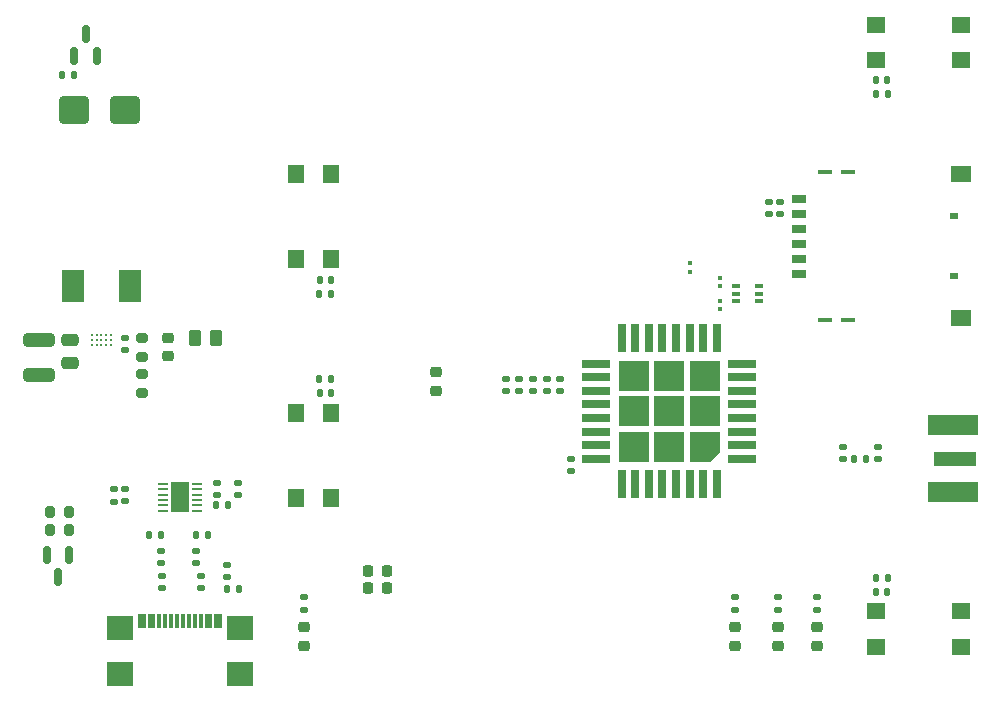
<source format=gtp>
G04 #@! TF.GenerationSoftware,KiCad,Pcbnew,7.0.8*
G04 #@! TF.CreationDate,2024-03-21T14:37:43-03:00*
G04 #@! TF.ProjectId,Demo PPI NB V2,44656d6f-2050-4504-9920-4e422056322e,rev?*
G04 #@! TF.SameCoordinates,PX25ab8e0PY6dc4960*
G04 #@! TF.FileFunction,Paste,Top*
G04 #@! TF.FilePolarity,Positive*
%FSLAX46Y46*%
G04 Gerber Fmt 4.6, Leading zero omitted, Abs format (unit mm)*
G04 Created by KiCad (PCBNEW 7.0.8) date 2024-03-21 14:37:43*
%MOMM*%
%LPD*%
G01*
G04 APERTURE LIST*
G04 Aperture macros list*
%AMRoundRect*
0 Rectangle with rounded corners*
0 $1 Rounding radius*
0 $2 $3 $4 $5 $6 $7 $8 $9 X,Y pos of 4 corners*
0 Add a 4 corners polygon primitive as box body*
4,1,4,$2,$3,$4,$5,$6,$7,$8,$9,$2,$3,0*
0 Add four circle primitives for the rounded corners*
1,1,$1+$1,$2,$3*
1,1,$1+$1,$4,$5*
1,1,$1+$1,$6,$7*
1,1,$1+$1,$8,$9*
0 Add four rect primitives between the rounded corners*
20,1,$1+$1,$2,$3,$4,$5,0*
20,1,$1+$1,$4,$5,$6,$7,0*
20,1,$1+$1,$6,$7,$8,$9,0*
20,1,$1+$1,$8,$9,$2,$3,0*%
%AMFreePoly0*
4,1,6,1.250000,-1.250000,-1.250000,-1.250000,-1.250000,0.500000,-0.500000,1.250000,1.250000,1.250000,1.250000,-1.250000,1.250000,-1.250000,$1*%
G04 Aperture macros list end*
%ADD10R,1.150000X0.650000*%
%ADD11R,1.300000X0.450000*%
%ADD12R,1.700000X1.400000*%
%ADD13R,0.800000X0.540000*%
%ADD14RoundRect,0.135000X-0.135000X-0.185000X0.135000X-0.185000X0.135000X0.185000X-0.135000X0.185000X0*%
%ADD15RoundRect,0.135000X0.135000X0.185000X-0.135000X0.185000X-0.135000X-0.185000X0.135000X-0.185000X0*%
%ADD16RoundRect,0.250000X1.000000X0.900000X-1.000000X0.900000X-1.000000X-0.900000X1.000000X-0.900000X0*%
%ADD17RoundRect,0.225000X0.250000X-0.225000X0.250000X0.225000X-0.250000X0.225000X-0.250000X-0.225000X0*%
%ADD18RoundRect,0.225000X0.225000X0.250000X-0.225000X0.250000X-0.225000X-0.250000X0.225000X-0.250000X0*%
%ADD19RoundRect,0.140000X0.140000X0.170000X-0.140000X0.170000X-0.140000X-0.170000X0.140000X-0.170000X0*%
%ADD20RoundRect,0.079500X0.100500X-0.079500X0.100500X0.079500X-0.100500X0.079500X-0.100500X-0.079500X0*%
%ADD21RoundRect,0.135000X-0.185000X0.135000X-0.185000X-0.135000X0.185000X-0.135000X0.185000X0.135000X0*%
%ADD22RoundRect,0.140000X-0.170000X0.140000X-0.170000X-0.140000X0.170000X-0.140000X0.170000X0.140000X0*%
%ADD23R,1.600000X1.400000*%
%ADD24RoundRect,0.135000X0.185000X-0.135000X0.185000X0.135000X-0.185000X0.135000X-0.185000X-0.135000X0*%
%ADD25RoundRect,0.140000X0.170000X-0.140000X0.170000X0.140000X-0.170000X0.140000X-0.170000X-0.140000X0*%
%ADD26R,3.600000X1.270000*%
%ADD27R,4.200000X1.750000*%
%ADD28RoundRect,0.218750X0.256250X-0.218750X0.256250X0.218750X-0.256250X0.218750X-0.256250X-0.218750X0*%
%ADD29R,1.400000X1.600000*%
%ADD30RoundRect,0.250000X-0.262500X-0.450000X0.262500X-0.450000X0.262500X0.450000X-0.262500X0.450000X0*%
%ADD31RoundRect,0.250000X-0.475000X0.250000X-0.475000X-0.250000X0.475000X-0.250000X0.475000X0.250000X0*%
%ADD32R,2.400000X0.750000*%
%ADD33R,0.750000X2.400000*%
%ADD34FreePoly0,180.000000*%
%ADD35R,2.500000X2.500000*%
%ADD36RoundRect,0.200000X-0.200000X-0.275000X0.200000X-0.275000X0.200000X0.275000X-0.200000X0.275000X0*%
%ADD37RoundRect,0.150000X0.150000X-0.587500X0.150000X0.587500X-0.150000X0.587500X-0.150000X-0.587500X0*%
%ADD38RoundRect,0.200000X0.275000X-0.200000X0.275000X0.200000X-0.275000X0.200000X-0.275000X-0.200000X0*%
%ADD39RoundRect,0.140000X-0.140000X-0.170000X0.140000X-0.170000X0.140000X0.170000X-0.140000X0.170000X0*%
%ADD40RoundRect,0.200000X0.200000X0.275000X-0.200000X0.275000X-0.200000X-0.275000X0.200000X-0.275000X0*%
%ADD41R,0.850000X0.250000*%
%ADD42R,1.650000X2.550000*%
%ADD43R,0.650000X0.400000*%
%ADD44R,1.903000X2.790000*%
%ADD45RoundRect,0.150000X-0.150000X0.587500X-0.150000X-0.587500X0.150000X-0.587500X0.150000X0.587500X0*%
%ADD46RoundRect,0.250000X-1.075000X0.312500X-1.075000X-0.312500X1.075000X-0.312500X1.075000X0.312500X0*%
%ADD47RoundRect,0.225000X-0.250000X0.225000X-0.250000X-0.225000X0.250000X-0.225000X0.250000X0.225000X0*%
%ADD48R,0.300000X1.150000*%
%ADD49R,2.180000X2.000000*%
%ADD50C,0.230000*%
G04 APERTURE END LIST*
D10*
X89700000Y49000000D03*
X89700000Y46460000D03*
X89700000Y43920000D03*
X89700000Y50270000D03*
X89700000Y47730000D03*
X89700000Y45190000D03*
D11*
X93870000Y52515000D03*
X91870000Y52515000D03*
D12*
X103430000Y52350000D03*
X103430000Y40140000D03*
D11*
X93870000Y39975000D03*
X91870000Y39975000D03*
D13*
X102850000Y48785000D03*
X102850000Y43705000D03*
D14*
X34640000Y21785000D03*
X35660000Y21785000D03*
D15*
X50100000Y42200000D03*
X49080000Y42200000D03*
X50100000Y35000000D03*
X49080000Y35000000D03*
D16*
X32650000Y57823000D03*
X28350000Y57823000D03*
D17*
X58950000Y34015000D03*
X58950000Y35565000D03*
D18*
X54775000Y17300000D03*
X53225000Y17300000D03*
D19*
X50100000Y43400000D03*
X49140000Y43400000D03*
D18*
X54775000Y18800000D03*
X53225000Y18800000D03*
D20*
X80450000Y44105000D03*
X80450000Y44795000D03*
D21*
X70410000Y28260000D03*
X70410000Y27240000D03*
D15*
X95395000Y28265000D03*
X94375000Y28265000D03*
D22*
X32660000Y25660000D03*
X32660000Y24700000D03*
D20*
X83000000Y42875000D03*
X83000000Y43565000D03*
D23*
X96200000Y15350000D03*
X103400000Y15350000D03*
X96200000Y12350000D03*
X103400000Y12350000D03*
D24*
X84300000Y15497500D03*
X84300000Y16517500D03*
D25*
X42210000Y25215000D03*
X42210000Y26175000D03*
X67180000Y34015000D03*
X67180000Y34975000D03*
X66030000Y34015000D03*
X66030000Y34975000D03*
X87130000Y49000000D03*
X87130000Y49960000D03*
X96395000Y28265000D03*
X96395000Y29225000D03*
X40390000Y25215000D03*
X40390000Y26175000D03*
D14*
X96200000Y18150000D03*
X97220000Y18150000D03*
D26*
X102900000Y28265000D03*
D27*
X102700000Y25440000D03*
X102700000Y31090000D03*
D20*
X83000000Y40935000D03*
X83000000Y41625000D03*
D14*
X27330000Y60744000D03*
X28350000Y60744000D03*
D28*
X91200000Y12420000D03*
X91200000Y13995000D03*
D29*
X50100000Y52400000D03*
X50100000Y45200000D03*
X47100000Y52400000D03*
X47100000Y45200000D03*
D24*
X87900000Y15497500D03*
X87900000Y16517500D03*
D30*
X38542000Y38500000D03*
X40367000Y38500000D03*
D28*
X87900000Y12420000D03*
X87900000Y13995000D03*
D31*
X27990000Y38300000D03*
X27990000Y36400000D03*
D21*
X31729000Y25660000D03*
X31729000Y24640000D03*
D25*
X69480000Y34015000D03*
X69480000Y34975000D03*
D24*
X91200000Y15497500D03*
X91200000Y16517500D03*
D32*
X84900000Y28265000D03*
X84900000Y29415000D03*
X84900000Y30565000D03*
X84900000Y31715000D03*
X84900000Y32865000D03*
X84900000Y34015000D03*
X84900000Y35165000D03*
X84900000Y36315000D03*
D33*
X82725000Y38490000D03*
X81575000Y38490000D03*
X80425000Y38490000D03*
X79275000Y38490000D03*
X78125000Y38490000D03*
X76975000Y38490000D03*
X75825000Y38490000D03*
X74675000Y38490000D03*
D32*
X72500000Y36315000D03*
X72500000Y35165000D03*
X72500000Y34015000D03*
X72500000Y32865000D03*
X72500000Y31715000D03*
X72500000Y30565000D03*
X72500000Y29415000D03*
X72500000Y28265000D03*
D33*
X74675000Y26090000D03*
X75825000Y26090000D03*
X76975000Y26090000D03*
X78125000Y26090000D03*
X79275000Y26090000D03*
X80425000Y26090000D03*
X81575000Y26090000D03*
X82725000Y26090000D03*
D34*
X81700000Y29290000D03*
D35*
X81700000Y32290000D03*
X81700000Y35290000D03*
X78700000Y29290000D03*
X78700000Y32290000D03*
X78700000Y35290000D03*
X75700000Y29290000D03*
X75700000Y32290000D03*
X75700000Y35290000D03*
D36*
X26275000Y23772000D03*
X27925000Y23772000D03*
D24*
X47800000Y15497500D03*
X47800000Y16517500D03*
D15*
X42280000Y17265000D03*
X41260000Y17265000D03*
D28*
X84300000Y12420000D03*
X84300000Y13995000D03*
D37*
X28350000Y62346500D03*
X30250000Y62346500D03*
X29300000Y64221500D03*
D28*
X47800000Y12420000D03*
X47800000Y13995000D03*
D38*
X34037500Y33825000D03*
X34037500Y35475000D03*
D29*
X50100000Y32140000D03*
X50100000Y24940000D03*
X47100000Y32140000D03*
X47100000Y24940000D03*
D39*
X96200000Y60350000D03*
X97160000Y60350000D03*
D40*
X27925000Y22248000D03*
X26275000Y22248000D03*
D39*
X96200000Y16950000D03*
X97160000Y16950000D03*
D41*
X38710000Y23860000D03*
X38710000Y24310000D03*
X38710000Y24760000D03*
X38710000Y25210000D03*
X38710000Y25660000D03*
X38710000Y26110000D03*
X35810000Y26110000D03*
X35810000Y25660000D03*
X35810000Y25210000D03*
X35810000Y24760000D03*
X35810000Y24310000D03*
X35810000Y23860000D03*
D42*
X37260000Y24985000D03*
D21*
X38660000Y20485000D03*
X38660000Y19465000D03*
D43*
X86300000Y41600000D03*
X86300000Y42250000D03*
X86300000Y42900000D03*
X84400000Y42900000D03*
X84400000Y42250000D03*
X84400000Y41600000D03*
D19*
X50100000Y33800000D03*
X49140000Y33800000D03*
D44*
X28200000Y42849000D03*
X33053000Y42849000D03*
D23*
X103400000Y62000000D03*
X96200000Y62000000D03*
X103400000Y65000000D03*
X96200000Y65000000D03*
D45*
X27925000Y20137500D03*
X26025000Y20137500D03*
X26975000Y18262500D03*
D25*
X88100000Y49000000D03*
X88100000Y49960000D03*
D46*
X25390000Y38300000D03*
X25390000Y35375000D03*
D24*
X35660000Y19465000D03*
X35660000Y20485000D03*
D25*
X93395000Y28265000D03*
X93395000Y29225000D03*
D24*
X35760000Y17295000D03*
X35760000Y18315000D03*
D38*
X34037500Y36850000D03*
X34037500Y38500000D03*
D24*
X32626500Y37480000D03*
X32626500Y38500000D03*
D47*
X36250000Y38500000D03*
X36250000Y36950000D03*
D14*
X96200000Y59150000D03*
X97220000Y59150000D03*
D48*
X33940000Y14505000D03*
X34740000Y14505000D03*
X36040000Y14505000D03*
X37040000Y14505000D03*
X37540000Y14505000D03*
X38540000Y14505000D03*
X39840000Y14505000D03*
X40640000Y14505000D03*
X40340000Y14505000D03*
X39540000Y14505000D03*
X39040000Y14505000D03*
X38040000Y14505000D03*
X36540000Y14505000D03*
X35540000Y14505000D03*
X35040000Y14505000D03*
X34240000Y14505000D03*
D49*
X32180000Y10000000D03*
X42400000Y10000000D03*
X32180000Y13930000D03*
X42400000Y13930000D03*
D21*
X41260000Y19285000D03*
X41260000Y18265000D03*
D24*
X39040000Y17295000D03*
X39040000Y18315000D03*
D15*
X39680000Y21785000D03*
X38660000Y21785000D03*
D39*
X40360000Y24305000D03*
X41320000Y24305000D03*
D50*
X29826500Y37900000D03*
X29826500Y38300000D03*
X29826500Y38700000D03*
X30226500Y37900000D03*
X30226500Y38300000D03*
X30226500Y38700000D03*
X30626500Y37900000D03*
X30626500Y38300000D03*
X30626500Y38700000D03*
X31026500Y37900000D03*
X31026500Y38300000D03*
X31026500Y38700000D03*
X31426500Y37900000D03*
X31426500Y38300000D03*
X31426500Y38700000D03*
D25*
X68330000Y34015000D03*
X68330000Y34975000D03*
X64880000Y34015000D03*
X64880000Y34975000D03*
M02*

</source>
